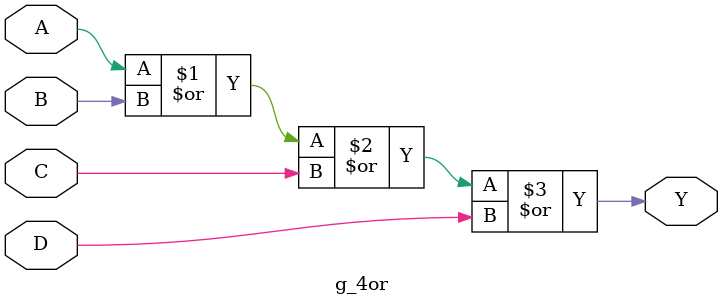
<source format=v>
module g_4or (Y, A, B, C, D);

   input A, B, C, D;
   output Y;

   or (Y, A, B, C, D);

endmodule // g_4or

</source>
